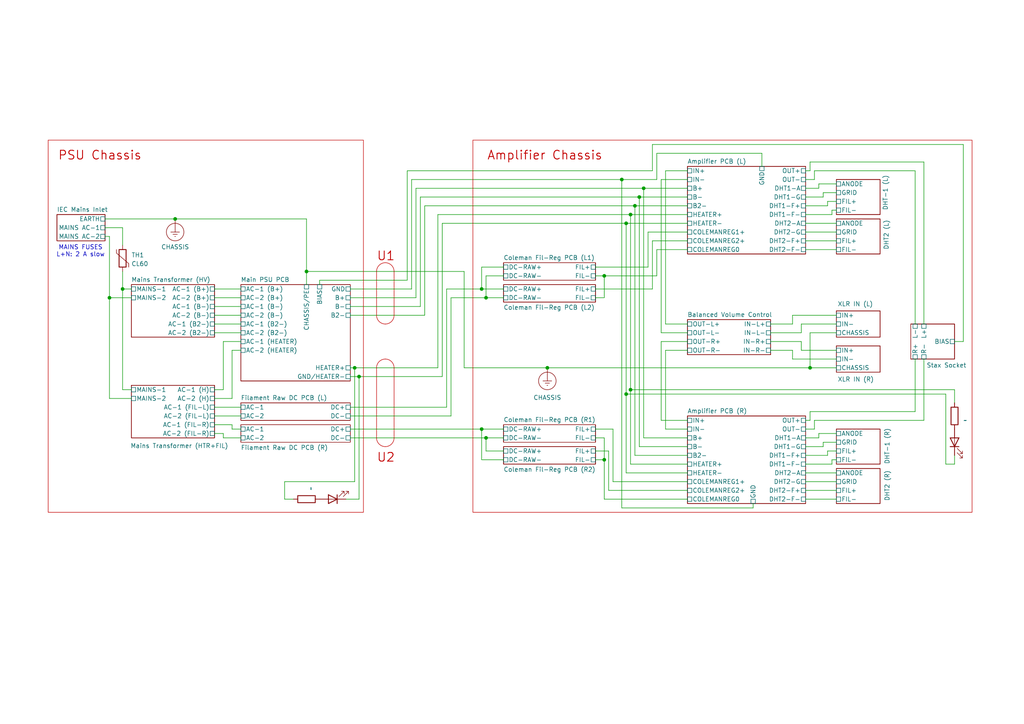
<source format=kicad_sch>
(kicad_sch (version 20250114) (generator "eeschema") (generator_version "9.0")
  (paper "A4")
  (lib_symbols
    (symbol "Device:LED" (pin_numbers (hide yes)) (pin_names (offset 1.016) (hide yes))
      (property "Reference" "D" (at 0 2.54 0))
      (property "Value" "LED" (at 0 -2.54 0))
      (symbol "LED_0_1"
        (polyline (pts (xy -3.048 -0.762) (xy -4.572 -2.286) (xy -3.81 -2.286) (xy -4.572 -2.286) (xy -4.572 -1.524)))
        (polyline (pts (xy -1.778 -0.762) (xy -3.302 -2.286) (xy -2.54 -2.286) (xy -3.302 -2.286) (xy -3.302 -1.524)))
        (polyline (pts (xy -1.27 0) (xy 1.27 0)))
        (polyline (pts (xy -1.27 -1.27) (xy -1.27 1.27)) (stroke (width 0.254)))
        (polyline (pts (xy 1.27 -1.27) (xy 1.27 1.27) (xy -1.27 0) (xy 1.27 -1.27)) (stroke (width 0.254)))
      )
      (symbol "LED_1_1"
        (pin passive line (at -3.81 0 0) (length 2.54) (name "K") (number "1"))
        (pin passive line (at 3.81 0 180) (length 2.54) (name "A") (number "2"))
      )
    )
    (symbol "Device:R" (pin_numbers (hide yes)) (pin_names (offset 0) (hide yes))
      (property "Reference" "R" (at 2.032 0 90))
      (property "Value" "R" (at 0 0 90))
      (symbol "R_0_1"
        (rectangle (start -1.016 -2.54) (end 1.016 2.54) (stroke (width 0.254)))
      )
      (symbol "R_1_1"
        (pin passive line (at 0 3.81 270) (length 1.27) (name "~") (number "1"))
        (pin passive line (at 0 -3.81 90) (length 1.27) (name "~") (number "2"))
      )
    )
    (symbol "Device:Thermistor_NTC" (pin_numbers (hide yes)) (pin_names (offset 0))
      (property "Reference" "TH1" (at 2.54 0.9526 0))
      (property "Value" "CL60" (at 2.54 -1.5874 0))
      (symbol "Thermistor_NTC_0_1"
        (polyline (pts (xy -1.778 2.54) (xy -1.778 1.524) (xy 1.778 -1.524) (xy 1.778 -2.54)))
        (rectangle (start -1.016 2.54) (end 1.016 -2.54) (stroke (width 0.254)))
      )
      (symbol "Thermistor_NTC_1_1"
        (pin passive line (at 0 3.81 270) (length 1.27) (name "~") (number "1"))
        (pin passive line (at 0 -3.81 90) (length 1.27) (name "~") (number "2"))
      )
    )
    (symbol "power:Earth_Protective" (power) (pin_numbers (hide yes)) (pin_names (offset 0) (hide yes))
      (property "Value" "Earth_Protective" (at 0 -7.62 0))
      (symbol "Earth_Protective_0_1"
        (polyline (pts (xy -0.635 -4.445) (xy 0.635 -4.445)))
        (polyline (pts (xy -0.127 -5.08) (xy 0.127 -5.08)))
        (polyline (pts (xy 0 -3.81) (xy 0 0)))
        (circle (center 0 -3.81) (radius 2.54))
        (polyline (pts (xy 1.27 -3.81) (xy -1.27 -3.81)))
      )
      (symbol "Earth_Protective_1_1"
        (pin power_in line (at 0 0 270) (length 0) (name "~") (number "1"))
      )
    )
  )
  (arc (start 109.22 78.74) (mid 109.9639 76.9439) (end 111.76 76.2) (stroke (width 0) (color 194 0 0 1)))
  (rectangle (start 13.97 40.64) (end 105.41 148.59) (stroke (width 0) (color 194 0 0 1)))
  (arc (start 111.76 76.2) (mid 113.5561 76.9439) (end 114.3 78.74) (stroke (width 0) (color 194 0 0 1)))
  (arc (start 111.76 93.98) (mid 109.9639 93.2361) (end 109.22 91.44) (stroke (width 0) (color 194 0 0 1)))
  (rectangle (start 137.16 40.64) (end 281.94 148.59) (stroke (width 0) (color 194 0 0 1)))
  (arc (start 114.3 91.44) (mid 113.5561 93.2361) (end 111.76 93.98) (stroke (width 0) (color 194 0 0 1)))
  (arc (start 111.76 129.54) (mid 109.9639 128.7961) (end 109.22 127) (stroke (width 0) (color 194 0 0 1)))
  (arc (start 111.76 104.14) (mid 113.5561 104.8839) (end 114.3 106.68) (stroke (width 0) (color 194 0 0 1)))
  (arc (start 109.22 106.68) (mid 109.9639 104.8839) (end 111.76 104.14) (stroke (width 0) (color 194 0 0 1)))
  (arc (start 114.3 127) (mid 113.5561 128.7961) (end 111.76 129.54) (stroke (width 0) (color 194 0 0 1)))
  (text "U2" (at 109.22 132.842 0) (effects (font (size 2.54 2.54) (thickness 0.254) (bold yes)) (justify left)))
  (text "Amplifier Chassis" (at 141.224 45.212 0) (effects (font (size 2.54 2.54) (thickness 0.254) (bold yes)) (justify left)))
  (text "PSU Chassis" (at 16.764 45.212 0) (effects (font (size 2.54 2.54) (thickness 0.254) (bold yes)) (justify left)))
  (text "MAINS FUSES\nL+N: 2 A slow" (at 23.368 72.898 0) (effects (font (size 1.27 1.27))))
  (text "U1" (at 109.22 74.422 0) (effects (font (size 2.54 2.54) (thickness 0.254) (bold yes)) (justify left)))
  (junction (at 182.88 113.03))
  (junction (at 175.26 80.01))
  (junction (at 175.26 133.35))
  (junction (at 139.7 124.46))
  (junction (at 185.42 57.15))
  (junction (at 88.9 78.74))
  (junction (at 140.97 127))
  (junction (at 31.75 86.36))
  (junction (at 139.7 83.82))
  (junction (at 35.56 83.82))
  (junction (at 181.61 64.77))
  (junction (at 181.61 114.3))
  (junction (at 50.8 63.5))
  (junction (at 180.34 52.07))
  (junction (at 184.15 59.69))
  (junction (at 102.87 106.68))
  (junction (at 234.95 106.68))
  (junction (at 186.69 54.61))
  (junction (at 140.97 86.36))
  (junction (at 182.88 62.23))
  (junction (at 104.14 109.22))
  (junction (at 158.75 106.68))
  (wire (pts (xy 180.34 147.32) (xy 180.34 52.07)))
  (wire (pts (xy 85.09 144.78) (xy 82.55 144.78)))
  (wire (pts (xy 101.6 83.82) (xy 119.38 83.82)))
  (wire (pts (xy 242.57 104.14) (xy 229.87 104.14)))
  (wire (pts (xy 189.23 49.53) (xy 189.23 41.91)))
  (wire (pts (xy 199.39 139.7) (xy 177.8 139.7)))
  (wire (pts (xy 186.69 54.61) (xy 199.39 54.61)))
  (wire (pts (xy 229.87 104.14) (xy 229.87 101.6)))
  (wire (pts (xy 101.6 109.22) (xy 104.14 109.22)))
  (wire (pts (xy 187.96 67.31) (xy 199.39 67.31)))
  (wire (pts (xy 199.39 137.16) (xy 181.61 137.16)))
  (wire (pts (xy 267.97 121.92) (xy 267.97 104.14)))
  (wire (pts (xy 233.68 144.78) (xy 242.57 144.78)))
  (wire (pts (xy 62.23 96.52) (xy 69.85 96.52)))
  (wire (pts (xy 193.04 49.53) (xy 199.39 49.53)))
  (wire (pts (xy 193.04 49.53) (xy 193.04 93.98)))
  (wire (pts (xy 175.26 133.35) (xy 175.26 127)))
  (wire (pts (xy 102.87 139.7) (xy 102.87 106.68)))
  (wire (pts (xy 184.15 59.69) (xy 199.39 59.69)))
  (polyline (pts (xy 109.22 78.74) (xy 109.22 91.44)) (stroke (width 0) (color 194 0 0 1)))
  (wire (pts (xy 62.23 88.9) (xy 69.85 88.9)))
  (wire (pts (xy 172.72 86.36) (xy 175.26 86.36)))
  (wire (pts (xy 223.52 96.52) (xy 232.41 96.52)))
  (wire (pts (xy 101.6 106.68) (xy 102.87 106.68)))
  (wire (pts (xy 175.26 144.78) (xy 199.39 144.78)))
  (wire (pts (xy 234.95 96.52) (xy 234.95 106.68)))
  (wire (pts (xy 139.7 83.82) (xy 146.05 83.82)))
  (wire (pts (xy 233.68 129.54) (xy 238.76 129.54)))
  (wire (pts (xy 102.87 106.68) (xy 127 106.68)))
  (wire (pts (xy 236.22 52.07) (xy 236.22 49.53)))
  (wire (pts (xy 67.31 123.19) (xy 67.31 124.46)))
  (wire (pts (xy 64.77 99.06) (xy 64.77 113.03)))
  (wire (pts (xy 182.88 62.23) (xy 182.88 113.03)))
  (wire (pts (xy 199.39 127) (xy 186.69 127)))
  (wire (pts (xy 186.69 127) (xy 186.69 54.61)))
  (wire (pts (xy 118.11 81.28) (xy 118.11 49.53)))
  (wire (pts (xy 128.27 64.77) (xy 181.61 64.77)))
  (wire (pts (xy 31.75 86.36) (xy 38.1 86.36)))
  (wire (pts (xy 176.53 142.24) (xy 199.39 142.24)))
  (wire (pts (xy 233.68 72.39) (xy 242.57 72.39)))
  (wire (pts (xy 199.39 132.08) (xy 184.15 132.08)))
  (wire (pts (xy 64.77 125.73) (xy 64.77 127)))
  (wire (pts (xy 276.86 134.62) (xy 274.32 134.62)))
  (wire (pts (xy 242.57 93.98) (xy 232.41 93.98)))
  (wire (pts (xy 67.31 101.6) (xy 67.31 115.57)))
  (wire (pts (xy 190.5 52.07) (xy 190.5 44.45)))
  (wire (pts (xy 123.19 91.44) (xy 123.19 59.69)))
  (wire (pts (xy 139.7 77.47) (xy 139.7 83.82)))
  (wire (pts (xy 242.57 96.52) (xy 234.95 96.52)))
  (wire (pts (xy 232.41 93.98) (xy 232.41 96.52)))
  (wire (pts (xy 241.3 134.62) (xy 241.3 133.35)))
  (wire (pts (xy 233.68 124.46) (xy 236.22 124.46)))
  (wire (pts (xy 176.53 130.81) (xy 172.72 130.81)))
  (wire (pts (xy 234.95 49.53) (xy 233.68 49.53)))
  (wire (pts (xy 62.23 125.73) (xy 64.77 125.73)))
  (wire (pts (xy 184.15 132.08) (xy 184.15 59.69)))
  (wire (pts (xy 172.72 83.82) (xy 189.23 83.82)))
  (wire (pts (xy 175.26 144.78) (xy 175.26 133.35)))
  (wire (pts (xy 175.26 80.01) (xy 190.5 80.01)))
  (wire (pts (xy 232.41 101.6) (xy 232.41 99.06)))
  (wire (pts (xy 130.81 86.36) (xy 130.81 120.65)))
  (wire (pts (xy 193.04 101.6) (xy 193.04 124.46)))
  (wire (pts (xy 158.75 106.68) (xy 234.95 106.68)))
  (wire (pts (xy 146.05 133.35) (xy 139.7 133.35)))
  (wire (pts (xy 139.7 124.46) (xy 139.7 133.35)))
  (wire (pts (xy 236.22 124.46) (xy 236.22 121.92)))
  (wire (pts (xy 104.14 109.22) (xy 128.27 109.22)))
  (wire (pts (xy 199.39 101.6) (xy 193.04 101.6)))
  (wire (pts (xy 276.86 132.08) (xy 276.86 134.62)))
  (wire (pts (xy 38.1 113.03) (xy 35.56 113.03)))
  (wire (pts (xy 187.96 67.31) (xy 187.96 77.47)))
  (wire (pts (xy 237.49 54.61) (xy 237.49 53.34)))
  (wire (pts (xy 88.9 78.74) (xy 88.9 63.5)))
  (wire (pts (xy 187.96 77.47) (xy 172.72 77.47)))
  (wire (pts (xy 199.39 96.52) (xy 191.77 96.52)))
  (polyline (pts (xy 114.3 106.68) (xy 114.3 127)) (stroke (width 0) (color 194 0 0 1)))
  (wire (pts (xy 172.72 133.35) (xy 175.26 133.35)))
  (wire (pts (xy 190.5 44.45) (xy 220.98 44.45)))
  (wire (pts (xy 62.23 120.65) (xy 69.85 120.65)))
  (wire (pts (xy 182.88 113.03) (xy 276.86 113.03)))
  (wire (pts (xy 238.76 57.15) (xy 233.68 57.15)))
  (wire (pts (xy 240.03 130.81) (xy 240.03 132.08)))
  (wire (pts (xy 240.03 59.69) (xy 233.68 59.69)))
  (wire (pts (xy 182.88 113.03) (xy 182.88 134.62)))
  (wire (pts (xy 67.31 101.6) (xy 69.85 101.6)))
  (wire (pts (xy 62.23 91.44) (xy 69.85 91.44)))
  (wire (pts (xy 189.23 83.82) (xy 189.23 69.85)))
  (wire (pts (xy 199.39 134.62) (xy 182.88 134.62)))
  (wire (pts (xy 130.81 86.36) (xy 140.97 86.36)))
  (wire (pts (xy 181.61 64.77) (xy 199.39 64.77)))
  (wire (pts (xy 189.23 41.91) (xy 279.4 41.91)))
  (wire (pts (xy 191.77 52.07) (xy 199.39 52.07)))
  (wire (pts (xy 146.05 80.01) (xy 140.97 80.01)))
  (wire (pts (xy 30.48 63.5) (xy 50.8 63.5)))
  (wire (pts (xy 100.33 144.78) (xy 104.14 144.78)))
  (wire (pts (xy 233.68 67.31) (xy 242.57 67.31)))
  (wire (pts (xy 241.3 133.35) (xy 242.57 133.35)))
  (wire (pts (xy 229.87 93.98) (xy 229.87 91.44)))
  (wire (pts (xy 242.57 130.81) (xy 240.03 130.81)))
  (wire (pts (xy 193.04 93.98) (xy 199.39 93.98)))
  (wire (pts (xy 127 62.23) (xy 182.88 62.23)))
  (wire (pts (xy 199.39 57.15) (xy 185.42 57.15)))
  (wire (pts (xy 191.77 99.06) (xy 199.39 99.06)))
  (wire (pts (xy 128.27 109.22) (xy 128.27 64.77)))
  (wire (pts (xy 220.98 44.45) (xy 220.98 48.26)))
  (wire (pts (xy 101.6 120.65) (xy 130.81 120.65)))
  (wire (pts (xy 242.57 55.88) (xy 238.76 55.88)))
  (wire (pts (xy 185.42 57.15) (xy 121.92 57.15)))
  (wire (pts (xy 190.5 72.39) (xy 190.5 80.01)))
  (wire (pts (xy 233.68 142.24) (xy 242.57 142.24)))
  (wire (pts (xy 218.44 146.05) (xy 218.44 147.32)))
  (wire (pts (xy 175.26 80.01) (xy 175.26 86.36)))
  (wire (pts (xy 120.65 86.36) (xy 120.65 54.61)))
  (wire (pts (xy 175.26 127) (xy 172.72 127)))
  (wire (pts (xy 177.8 139.7) (xy 177.8 124.46)))
  (wire (pts (xy 129.54 83.82) (xy 129.54 118.11)))
  (wire (pts (xy 237.49 127) (xy 237.49 125.73)))
  (wire (pts (xy 50.8 63.5) (xy 88.9 63.5)))
  (wire (pts (xy 104.14 144.78) (xy 104.14 109.22)))
  (wire (pts (xy 101.6 124.46) (xy 139.7 124.46)))
  (wire (pts (xy 233.68 54.61) (xy 237.49 54.61)))
  (wire (pts (xy 199.39 72.39) (xy 190.5 72.39)))
  (wire (pts (xy 140.97 127) (xy 140.97 130.81)))
  (wire (pts (xy 146.05 77.47) (xy 139.7 77.47)))
  (wire (pts (xy 180.34 52.07) (xy 190.5 52.07)))
  (wire (pts (xy 236.22 49.53) (xy 265.43 49.53)))
  (wire (pts (xy 274.32 134.62) (xy 274.32 114.3)))
  (wire (pts (xy 199.39 121.92) (xy 191.77 121.92)))
  (wire (pts (xy 181.61 114.3) (xy 181.61 137.16)))
  (wire (pts (xy 233.68 52.07) (xy 236.22 52.07)))
  (wire (pts (xy 134.62 106.68) (xy 134.62 78.74)))
  (wire (pts (xy 234.95 46.99) (xy 234.95 49.53)))
  (wire (pts (xy 64.77 127) (xy 69.85 127)))
  (wire (pts (xy 127 106.68) (xy 127 62.23)))
  (wire (pts (xy 88.9 82.55) (xy 88.9 78.74)))
  (wire (pts (xy 92.71 81.28) (xy 118.11 81.28)))
  (wire (pts (xy 223.52 101.6) (xy 229.87 101.6)))
  (wire (pts (xy 64.77 99.06) (xy 69.85 99.06)))
  (wire (pts (xy 279.4 99.06) (xy 276.86 99.06)))
  (wire (pts (xy 176.53 142.24) (xy 176.53 130.81)))
  (wire (pts (xy 121.92 88.9) (xy 101.6 88.9)))
  (wire (pts (xy 233.68 134.62) (xy 241.3 134.62)))
  (wire (pts (xy 267.97 93.98) (xy 267.97 46.99)))
  (wire (pts (xy 30.48 68.58) (xy 31.75 68.58)))
  (wire (pts (xy 234.95 106.68) (xy 242.57 106.68)))
  (wire (pts (xy 265.43 93.98) (xy 265.43 49.53)))
  (wire (pts (xy 236.22 121.92) (xy 267.97 121.92)))
  (wire (pts (xy 232.41 101.6) (xy 242.57 101.6)))
  (wire (pts (xy 237.49 125.73) (xy 242.57 125.73)))
  (wire (pts (xy 62.23 86.36) (xy 69.85 86.36)))
  (wire (pts (xy 265.43 104.14) (xy 265.43 119.38)))
  (wire (pts (xy 241.3 62.23) (xy 233.68 62.23)))
  (wire (pts (xy 218.44 147.32) (xy 180.34 147.32)))
  (wire (pts (xy 233.68 64.77) (xy 242.57 64.77)))
  (wire (pts (xy 241.3 60.96) (xy 241.3 62.23)))
  (wire (pts (xy 191.77 121.92) (xy 191.77 99.06)))
  (wire (pts (xy 233.68 69.85) (xy 242.57 69.85)))
  (wire (pts (xy 31.75 68.58) (xy 31.75 86.36)))
  (wire (pts (xy 120.65 54.61) (xy 186.69 54.61)))
  (wire (pts (xy 62.23 83.82) (xy 69.85 83.82)))
  (wire (pts (xy 158.75 106.68) (xy 134.62 106.68)))
  (wire (pts (xy 238.76 55.88) (xy 238.76 57.15)))
  (wire (pts (xy 69.85 124.46) (xy 67.31 124.46)))
  (wire (pts (xy 233.68 137.16) (xy 242.57 137.16)))
  (wire (pts (xy 35.56 66.04) (xy 35.56 71.12)))
  (polyline (pts (xy 114.3 78.74) (xy 114.3 91.44)) (stroke (width 0) (color 194 0 0 1)))
  (wire (pts (xy 31.75 86.36) (xy 31.75 115.57)))
  (wire (pts (xy 233.68 127) (xy 237.49 127)))
  (wire (pts (xy 119.38 52.07) (xy 180.34 52.07)))
  (wire (pts (xy 234.95 121.92) (xy 233.68 121.92)))
  (wire (pts (xy 182.88 62.23) (xy 199.39 62.23)))
  (wire (pts (xy 279.4 41.91) (xy 279.4 99.06)))
  (wire (pts (xy 199.39 129.54) (xy 185.42 129.54)))
  (wire (pts (xy 267.97 46.99) (xy 234.95 46.99)))
  (wire (pts (xy 121.92 57.15) (xy 121.92 88.9)))
  (wire (pts (xy 240.03 58.42) (xy 240.03 59.69)))
  (wire (pts (xy 101.6 127) (xy 140.97 127)))
  (wire (pts (xy 140.97 130.81) (xy 146.05 130.81)))
  (wire (pts (xy 265.43 119.38) (xy 234.95 119.38)))
  (wire (pts (xy 35.56 83.82) (xy 35.56 113.03)))
  (wire (pts (xy 118.11 49.53) (xy 189.23 49.53)))
  (wire (pts (xy 67.31 115.57) (xy 62.23 115.57)))
  (wire (pts (xy 38.1 115.57) (xy 31.75 115.57)))
  (wire (pts (xy 242.57 58.42) (xy 240.03 58.42)))
  (wire (pts (xy 129.54 83.82) (xy 139.7 83.82)))
  (wire (pts (xy 62.23 93.98) (xy 69.85 93.98)))
  (wire (pts (xy 123.19 59.69) (xy 184.15 59.69)))
  (polyline (pts (xy 109.22 106.68) (xy 109.22 127)) (stroke (width 0) (color 194 0 0 1)))
  (wire (pts (xy 92.71 82.55) (xy 92.71 81.28)))
  (wire (pts (xy 30.48 66.04) (xy 35.56 66.04)))
  (wire (pts (xy 140.97 80.01) (xy 140.97 86.36)))
  (wire (pts (xy 238.76 128.27) (xy 242.57 128.27)))
  (wire (pts (xy 229.87 91.44) (xy 242.57 91.44)))
  (wire (pts (xy 82.55 144.78) (xy 82.55 139.7)))
  (wire (pts (xy 101.6 86.36) (xy 120.65 86.36)))
  (wire (pts (xy 223.52 93.98) (xy 229.87 93.98)))
  (wire (pts (xy 238.76 129.54) (xy 238.76 128.27)))
  (wire (pts (xy 185.42 129.54) (xy 185.42 57.15)))
  (wire (pts (xy 119.38 83.82) (xy 119.38 52.07)))
  (wire (pts (xy 240.03 132.08) (xy 233.68 132.08)))
  (wire (pts (xy 177.8 124.46) (xy 172.72 124.46)))
  (wire (pts (xy 193.04 124.46) (xy 199.39 124.46)))
  (wire (pts (xy 189.23 69.85) (xy 199.39 69.85)))
  (wire (pts (xy 237.49 53.34) (xy 242.57 53.34)))
  (wire (pts (xy 101.6 118.11) (xy 129.54 118.11)))
  (wire (pts (xy 172.72 80.01) (xy 175.26 80.01)))
  (wire (pts (xy 233.68 139.7) (xy 242.57 139.7)))
  (wire (pts (xy 134.62 78.74) (xy 88.9 78.74)))
  (wire (pts (xy 64.77 113.03) (xy 62.23 113.03)))
  (wire (pts (xy 234.95 119.38) (xy 234.95 121.92)))
  (wire (pts (xy 139.7 124.46) (xy 146.05 124.46)))
  (wire (pts (xy 181.61 64.77) (xy 181.61 114.3)))
  (wire (pts (xy 140.97 86.36) (xy 146.05 86.36)))
  (wire (pts (xy 82.55 139.7) (xy 102.87 139.7)))
  (wire (pts (xy 35.56 78.74) (xy 35.56 83.82)))
  (wire (pts (xy 242.57 60.96) (xy 241.3 60.96)))
  (wire (pts (xy 101.6 91.44) (xy 123.19 91.44)))
  (wire (pts (xy 140.97 127) (xy 146.05 127)))
  (wire (pts (xy 223.52 99.06) (xy 232.41 99.06)))
  (wire (pts (xy 35.56 83.82) (xy 38.1 83.82)))
  (wire (pts (xy 181.61 114.3) (xy 274.32 114.3)))
  (wire (pts (xy 67.31 123.19) (xy 62.23 123.19)))
  (wire (pts (xy 62.23 118.11) (xy 69.85 118.11)))
  (wire (pts (xy 276.86 113.03) (xy 276.86 116.84)))
  (wire (pts (xy 191.77 96.52) (xy 191.77 52.07)))
  (symbol (lib_id "Device:R") (at 276.86 120.65 0) (unit 1)
    (property "Reference" "R1" (effects (hide yes)))
    (property "Value" "~" (at 279.4 121.9199 0) (effects (justify left)))
    (property "Description" "Resistor" (effects (hide yes)))
  )
  (symbol (lib_id "Device:LED") (at 276.86 128.27 90) (unit 1)
    (property "Reference" "D1" (effects (hide yes)))
    (property "Value" "LED" (effects (hide yes)))
    (property "Description" "Light emitting diode" (effects (hide yes)))
  )
  (symbol (lib_id "Device:R") (at 88.9 144.78 90) (unit 1)
    (property "Reference" "R2" (effects (hide yes)))
    (property "Value" "~" (at 90.1699 142.24 0) (effects (justify left)))
    (property "Description" "Resistor" (effects (hide yes)))
  )
  (symbol (lib_id "power:Earth_Protective") (at 50.8 63.5 0) (unit 1)
    (property "Reference" "#PWR01" (effects (hide yes)))
    (property "Value" "CHASSIS" (at 46.736 71.628 0) (effects (justify left)))
    (property "Description" "Power symbol creates a global label with name \"Earth_Protective\"" (effects (hide yes)))
  )
  (symbol (lib_id "Device:LED") (at 96.52 144.78 180) (unit 1)
    (property "Reference" "D2" (effects (hide yes)))
    (property "Value" "LED" (effects (hide yes)))
    (property "Description" "Light emitting diode" (effects (hide yes)))
  )
  (symbol (lib_id "power:Earth_Protective") (at 158.75 106.68 0) (unit 1)
    (property "Reference" "#PWR02" (effects (hide yes)))
    (property "Value" "CHASSIS" (at 154.686 115.316 0) (effects (justify left)))
    (property "Description" "Power symbol creates a global label with name \"Earth_Protective\"" (effects (hide yes)))
  )
  (symbol (lib_id "Device:Thermistor_NTC") (at 35.56 74.93 0) (unit 1)
    (property "Reference" "TH1" (at 38.1 73.9774 0) (effects (justify left)))
    (property "Value" "CL60" (at 38.1 76.5174 0) (effects (justify left)))
    (property "Description" "Temperature dependent resistor, negative temperature coefficient" (effects (hide yes)))
  )
  (sheet (at 146.05 123.19) (size 26.67 5.08) (stroke (width 0.1524))
    (property "Sheetname" "Coleman Fil-Reg PCB (R1)" (at 146.05 122.4784 0) (effects (justify left bottom)))
    (property "Sheetfile" "coleman_FilReg.kicad_sch" (effects (hide yes)))
    (pin "DC-RAW+" passive (at 146.05 124.46 180))
    (pin "DC-RAW-" passive (at 146.05 127 180))
    (pin "FIL+" passive (at 172.72 124.46 0))
    (pin "FIL-" passive (at 172.72 127 0))
  )
  (sheet (at 242.57 135.89) (size 12.7 10.16) (stroke (width 0.1524))
    (property "Sheetname" "DHT2 (R)" (at 258.064 145.288 90) (effects (justify left bottom)))
    (property "Sheetfile" "DHT_tube.kicad_sch" (effects (hide yes)))
    (pin "ANODE" passive (at 242.57 137.16 180))
    (pin "GRID" passive (at 242.57 139.7 180))
    (pin "FIL+" passive (at 242.57 142.24 180))
    (pin "FIL-" passive (at 242.57 144.78 180))
  )
  (sheet (at 264.16 93.98) (size 12.7 10.16) (stroke (width 0.1524))
    (property "Sheetname" "Stax Socket" (at 268.732 106.68 0) (effects (justify left bottom)))
    (property "Sheetfile" "stax_socket.kicad_sch" (effects (hide yes)))
    (pin "BIAS" passive (at 276.86 99.06 0))
    (pin "L+" passive (at 267.97 93.98 90))
    (pin "L-" passive (at 265.43 93.98 90))
    (pin "R+" passive (at 265.43 104.14 270))
    (pin "R-" passive (at 267.97 104.14 270))
  )
  (sheet (at 242.57 52.07) (size 12.7 10.16) (stroke (width 0.1524))
    (property "Sheetname" "DHT-1 (L)" (at 257.556 60.96 90) (effects (justify left bottom)))
    (property "Sheetfile" "DHT_tube.kicad_sch" (effects (hide yes)))
    (pin "ANODE" passive (at 242.57 53.34 180))
    (pin "GRID" passive (at 242.57 55.88 180))
    (pin "FIL+" passive (at 242.57 58.42 180))
    (pin "FIL-" passive (at 242.57 60.96 180))
  )
  (sheet (at 242.57 90.17) (size 12.7 7.62) (stroke (width 0.1524))
    (property "Sheetname" "XLR IN (L)" (at 253.238 88.9 0) (effects (justify right bottom)))
    (property "Sheetfile" "untitled.kicad_sch" (effects (hide yes)))
    (pin "IN+" passive (at 242.57 91.44 180))
    (pin "IN-" passive (at 242.57 93.98 180))
    (pin "CHASSIS" passive (at 242.57 96.52 180))
  )
  (sheet (at 146.05 82.55) (size 26.67 5.08) (stroke (width 0.1524))
    (property "Sheetname" "Coleman Fil-Reg PCB (L2)" (at 146.05 89.916 0) (effects (justify left bottom)))
    (property "Sheetfile" "coleman_FilReg.kicad_sch" (effects (hide yes)))
    (pin "DC-RAW+" passive (at 146.05 83.82 180))
    (pin "DC-RAW-" passive (at 146.05 86.36 180))
    (pin "FIL+" passive (at 172.72 83.82 0))
    (pin "FIL-" passive (at 172.72 86.36 0))
  )
  (sheet (at 242.57 124.46) (size 12.7 10.16) (stroke (width 0.1524))
    (property "Sheetname" "DHT-1 (R)" (at 258.064 134.62 90) (effects (justify left bottom)))
    (property "Sheetfile" "DHT_tube.kicad_sch" (effects (hide yes)))
    (pin "ANODE" passive (at 242.57 125.73 180))
    (pin "GRID" passive (at 242.57 128.27 180))
    (pin "FIL+" passive (at 242.57 130.81 180))
    (pin "FIL-" passive (at 242.57 133.35 180))
  )
  (sheet (at 242.57 100.33) (size 12.7 7.62) (stroke (width 0.1524))
    (property "Sheetname" "XLR IN (R)" (at 253.492 110.744 0) (effects (justify right bottom)))
    (property "Sheetfile" "untitled.kicad_sch" (effects (hide yes)))
    (pin "IN+" passive (at 242.57 101.6 180))
    (pin "IN-" passive (at 242.57 104.14 180))
    (pin "CHASSIS" passive (at 242.57 106.68 180))
  )
  (sheet (at 242.57 63.5) (size 12.7 10.16) (stroke (width 0.1524))
    (property "Sheetname" "DHT2 (L)" (at 257.81 72.39 90) (effects (justify left bottom)))
    (property "Sheetfile" "DHT_tube.kicad_sch" (effects (hide yes)))
    (pin "ANODE" passive (at 242.57 64.77 180))
    (pin "GRID" passive (at 242.57 67.31 180))
    (pin "FIL+" passive (at 242.57 69.85 180))
    (pin "FIL-" passive (at 242.57 72.39 180))
  )
  (sheet (at 38.1 82.55) (size 24.13 15.24) (stroke (width 0.1524))
    (property "Sheetname" "Mains Transformer (HV)" (at 38.1 81.8384 0) (effects (justify left bottom)))
    (property "Sheetfile" "mains_transformer.kicad_sch" (effects (hide yes)))
    (pin "AC-1 (B+)" passive (at 62.23 83.82 0))
    (pin "AC-2 (B-)" passive (at 62.23 91.44 0))
    (pin "AC-2 (B+)" passive (at 62.23 86.36 0))
    (pin "AC-2 (B2-)" passive (at 62.23 96.52 0))
    (pin "AC-1 (B-)" passive (at 62.23 88.9 0))
    (pin "AC-1 (B2-)" passive (at 62.23 93.98 0))
    (pin "MAINS-1" passive (at 38.1 83.82 180))
    (pin "MAINS-2" passive (at 38.1 86.36 180))
  )
  (sheet (at 146.05 129.54) (size 26.67 5.08) (stroke (width 0.1524))
    (property "Sheetname" "Coleman Fil-Reg PCB (R2)" (at 146.05 136.906 0) (effects (justify left bottom)))
    (property "Sheetfile" "coleman_FilReg.kicad_sch" (effects (hide yes)))
    (pin "DC-RAW+" passive (at 146.05 130.81 180))
    (pin "DC-RAW-" passive (at 146.05 133.35 180))
    (pin "FIL+" passive (at 172.72 130.81 0))
    (pin "FIL-" passive (at 172.72 133.35 0))
  )
  (sheet (at 69.85 82.55) (size 31.75 27.94) (stroke (width 0.1524))
    (property "Sheetname" "Main PSU PCB" (at 69.85 81.8384 0) (effects (justify left bottom)))
    (property "Sheetfile" "PSU_main.kicad_sch" (effects (hide yes)))
    (pin "BIAS" passive (at 92.71 82.55 90))
    (pin "GND" passive (at 101.6 83.82 0))
    (pin "CHASSIS{slash}PE" passive (at 88.9 82.55 90))
    (pin "AC-1 (B-)" passive (at 69.85 88.9 180))
    (pin "AC-1 (B+)" passive (at 69.85 83.82 180))
    (pin "AC-1 (B2-)" passive (at 69.85 93.98 180))
    (pin "AC-2 (B2-)" passive (at 69.85 96.52 180))
    (pin "AC-2 (B+)" passive (at 69.85 86.36 180))
    (pin "AC-2 (B-)" passive (at 69.85 91.44 180))
    (pin "AC-1 (HEATER)" passive (at 69.85 99.06 180))
    (pin "AC-2 (HEATER)" passive (at 69.85 101.6 180))
    (pin "HEATER+" passive (at 101.6 106.68 0))
    (pin "B+" passive (at 101.6 86.36 0))
    (pin "B-" passive (at 101.6 88.9 0))
    (pin "B2-" passive (at 101.6 91.44 0))
    (pin "GND{slash}HEATER-" passive (at 101.6 109.22 0))
  )
  (sheet (at 199.39 92.71) (size 24.13 10.16) (stroke (width 0.1524))
    (property "Sheetname" "Balanced Volume Control" (at 199.39 91.9984 0) (effects (justify left bottom)))
    (property "Sheetfile" "volume_control.kicad_sch" (effects (hide yes)))
    (pin "IN-L-" passive (at 223.52 96.52 0))
    (pin "IN-L+" passive (at 223.52 93.98 0))
    (pin "OUT-L+" passive (at 199.39 93.98 180))
    (pin "OUT-L-" passive (at 199.39 96.52 180))
    (pin "IN-R+" passive (at 223.52 99.06 0))
    (pin "IN-R-" passive (at 223.52 101.6 0))
    (pin "OUT-R+" passive (at 199.39 99.06 180))
    (pin "OUT-R-" passive (at 199.39 101.6 180))
  )
  (sheet (at 69.85 123.19) (size 31.75 5.08) (stroke (width 0.1524))
    (property "Sheetname" "Filament Raw DC PCB (R)" (at 69.85 130.556 0) (effects (justify left bottom)))
    (property "Sheetfile" "filament_RawDC.kicad_sch" (effects (hide yes)))
    (pin "AC-1" passive (at 69.85 124.46 180))
    (pin "AC-2" passive (at 69.85 127 180))
    (pin "DC+" passive (at 101.6 124.46 0))
    (pin "DC-" passive (at 101.6 127 0))
  )
  (sheet (at 146.05 76.2) (size 26.67 5.08) (stroke (width 0.1524))
    (property "Sheetname" "Coleman Fil-Reg PCB (L1)" (at 146.05 75.4884 0) (effects (justify left bottom)))
    (property "Sheetfile" "coleman_FilReg.kicad_sch" (effects (hide yes)))
    (pin "DC-RAW+" passive (at 146.05 77.47 180))
    (pin "DC-RAW-" passive (at 146.05 80.01 180))
    (pin "FIL+" passive (at 172.72 77.47 0))
    (pin "FIL-" passive (at 172.72 80.01 0))
  )
  (sheet (at 38.1 111.76) (size 24.13 15.24) (stroke (width 0.1524))
    (property "Sheetname" "Mains Transformer (HTR+FIL)" (at 37.846 130.048 0) (effects (justify left bottom)))
    (property "Sheetfile" "mains_transformer.kicad_sch" (effects (hide yes)))
    (pin "MAINS-1" passive (at 38.1 113.03 180))
    (pin "MAINS-2" passive (at 38.1 115.57 180))
    (pin "AC-2 (H)" passive (at 62.23 115.57 0))
    (pin "AC-2 (FIL-L)" passive (at 62.23 120.65 0))
    (pin "AC-1 (FIL-R)" passive (at 62.23 123.19 0))
    (pin "AC-1 (FIL-L)" passive (at 62.23 118.11 0))
    (pin "AC-1 (H)" passive (at 62.23 113.03 0))
    (pin "AC-2 (FIL-R)" passive (at 62.23 125.73 0))
  )
  (sheet (at 69.85 116.84) (size 31.75 5.08) (stroke (width 0.1524))
    (property "Sheetname" "Filament Raw DC PCB (L)" (at 69.85 116.1284 0) (effects (justify left bottom)))
    (property "Sheetfile" "filament_RawDC.kicad_sch" (effects (hide yes)))
    (pin "AC-1" passive (at 69.85 118.11 180))
    (pin "AC-2" passive (at 69.85 120.65 180))
    (pin "DC+" passive (at 101.6 118.11 0))
    (pin "DC-" passive (at 101.6 120.65 0))
  )
  (sheet (at 199.39 120.65) (size 34.29 25.4) (stroke (width 0.1524))
    (property "Sheetname" "Amplifier PCB (R)" (at 199.39 119.9384 0) (effects (justify left bottom)))
    (property "Sheetfile" "amplifier.kicad_sch" (effects (hide yes)))
    (pin "B+" passive (at 199.39 127 180))
    (pin "GND" passive (at 218.44 146.05 270))
    (pin "B-" passive (at 199.39 129.54 180))
    (pin "B2-" passive (at 199.39 132.08 180))
    (pin "HEATER+" passive (at 199.39 134.62 180))
    (pin "HEATER-" passive (at 199.39 137.16 180))
    (pin "COLEMANREG1+" passive (at 199.39 139.7 180))
    (pin "COLEMANREG2+" passive (at 199.39 142.24 180))
    (pin "COLEMANREG0" passive (at 199.39 144.78 180))
    (pin "DHT1-A" passive (at 233.68 127 0))
    (pin "DHT1-F-" passive (at 233.68 134.62 0))
    (pin "DHT1-F+" passive (at 233.68 132.08 0))
    (pin "DHT1-G" passive (at 233.68 129.54 0))
    (pin "DHT2-A" passive (at 233.68 137.16 0))
    (pin "DHT2-F+" passive (at 233.68 142.24 0))
    (pin "DHT2-F-" passive (at 233.68 144.78 0))
    (pin "DHT2-G" passive (at 233.68 139.7 0))
    (pin "OUT+" passive (at 233.68 121.92 0))
    (pin "OUT-" passive (at 233.68 124.46 0))
    (pin "IN+" passive (at 199.39 121.92 180))
    (pin "IN-" passive (at 199.39 124.46 180))
  )
  (sheet (at 199.39 48.26) (size 34.29 25.4) (stroke (width 0.1524))
    (property "Sheetname" "Amplifier PCB (L)" (at 199.39 47.5484 0) (effects (justify left bottom)))
    (property "Sheetfile" "amplifier.kicad_sch" (effects (hide yes)))
    (pin "B+" passive (at 199.39 54.61 180))
    (pin "GND" passive (at 220.98 48.26 90))
    (pin "B-" passive (at 199.39 57.15 180))
    (pin "B2-" passive (at 199.39 59.69 180))
    (pin "HEATER+" passive (at 199.39 62.23 180))
    (pin "HEATER-" passive (at 199.39 64.77 180))
    (pin "COLEMANREG1+" passive (at 199.39 67.31 180))
    (pin "COLEMANREG2+" passive (at 199.39 69.85 180))
    (pin "COLEMANREG0" passive (at 199.39 72.39 180))
    (pin "DHT1-A" passive (at 233.68 54.61 0))
    (pin "DHT1-F-" passive (at 233.68 62.23 0))
    (pin "DHT1-F+" passive (at 233.68 59.69 0))
    (pin "DHT1-G" passive (at 233.68 57.15 0))
    (pin "DHT2-A" passive (at 233.68 64.77 0))
    (pin "DHT2-F+" passive (at 233.68 69.85 0))
    (pin "DHT2-F-" passive (at 233.68 72.39 0))
    (pin "DHT2-G" passive (at 233.68 67.31 0))
    (pin "OUT+" passive (at 233.68 49.53 0))
    (pin "OUT-" passive (at 233.68 52.07 0))
    (pin "IN+" passive (at 199.39 49.53 180))
    (pin "IN-" passive (at 199.39 52.07 180))
  )
  (sheet (at 16.51 62.23) (size 13.97 7.62) (stroke (width 0.1524))
    (property "Sheetname" "IEC Mains Inlet" (at 16.51 61.5184 0) (effects (justify left bottom)))
    (property "Sheetfile" "mains_inlet.kicad_sch" (effects (hide yes)))
    (pin "MAINS AC-1" passive (at 30.48 66.04 0))
    (pin "MAINS AC-2" passive (at 30.48 68.58 0))
    (pin "EARTH" passive (at 30.48 63.5 0))
  )
)
</source>
